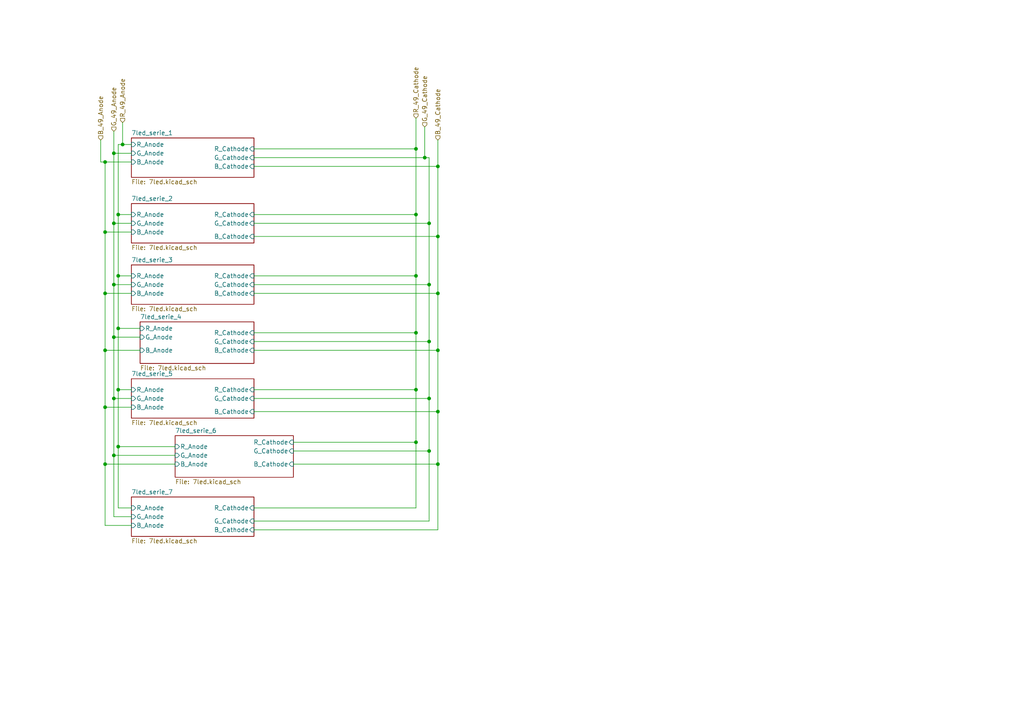
<source format=kicad_sch>
(kicad_sch
	(version 20250114)
	(generator "eeschema")
	(generator_version "9.0")
	(uuid "59d7f5b7-d8d1-4525-8623-7931f45222ae")
	(paper "A4")
	(lib_symbols)
	(junction
		(at 127 134.62)
		(diameter 0)
		(color 0 0 0 0)
		(uuid "05e869b2-0a02-464e-b726-af79414704cb")
	)
	(junction
		(at 34.29 95.25)
		(diameter 0)
		(color 0 0 0 0)
		(uuid "09af56ad-a080-4d42-99f8-971808bbfb6b")
	)
	(junction
		(at 34.29 129.54)
		(diameter 0)
		(color 0 0 0 0)
		(uuid "13fa87dd-a6eb-435c-b712-743981298545")
	)
	(junction
		(at 127 119.38)
		(diameter 0)
		(color 0 0 0 0)
		(uuid "14eb36d1-2cf9-4ee1-84f5-a3dc8be77f4d")
	)
	(junction
		(at 120.65 43.18)
		(diameter 0)
		(color 0 0 0 0)
		(uuid "1518c34a-18ae-4cfb-8a3c-c95fe1e75278")
	)
	(junction
		(at 33.02 44.45)
		(diameter 0)
		(color 0 0 0 0)
		(uuid "15cc6c59-7aea-4a2d-938f-721ac4cb0038")
	)
	(junction
		(at 124.46 130.81)
		(diameter 0)
		(color 0 0 0 0)
		(uuid "16082d3c-c579-465a-9850-80b86093a37d")
	)
	(junction
		(at 127 101.6)
		(diameter 0)
		(color 0 0 0 0)
		(uuid "162c6cfe-ae71-48eb-b16d-d46c7d27cea2")
	)
	(junction
		(at 120.65 96.52)
		(diameter 0)
		(color 0 0 0 0)
		(uuid "207bc829-de3c-4012-a14b-e59382a47386")
	)
	(junction
		(at 34.29 80.01)
		(diameter 0)
		(color 0 0 0 0)
		(uuid "33c900ab-14ce-465d-9514-cd8f0f4c80e3")
	)
	(junction
		(at 124.46 99.06)
		(diameter 0)
		(color 0 0 0 0)
		(uuid "370396d6-f5d7-4484-b62a-1304f7ec1ed3")
	)
	(junction
		(at 120.65 62.23)
		(diameter 0)
		(color 0 0 0 0)
		(uuid "3a90eef6-8d29-4572-8e7c-6f9d600b5424")
	)
	(junction
		(at 33.02 97.79)
		(diameter 0)
		(color 0 0 0 0)
		(uuid "3d10394e-383d-4ea9-a79e-c36c29d2dabb")
	)
	(junction
		(at 33.02 115.57)
		(diameter 0)
		(color 0 0 0 0)
		(uuid "41efc507-5134-4a88-be7b-07ec8b2c31a8")
	)
	(junction
		(at 124.46 115.57)
		(diameter 0)
		(color 0 0 0 0)
		(uuid "4641848f-9cb2-4658-acaa-d89845feb61d")
	)
	(junction
		(at 123.19 45.72)
		(diameter 0)
		(color 0 0 0 0)
		(uuid "476f67f3-ea9f-4e61-85b8-b1aca19be8e9")
	)
	(junction
		(at 30.48 101.6)
		(diameter 0)
		(color 0 0 0 0)
		(uuid "52b82265-54be-455a-a7de-699ee365412b")
	)
	(junction
		(at 127 48.26)
		(diameter 0)
		(color 0 0 0 0)
		(uuid "563875f8-aa65-49f2-93fd-73800daa2dc2")
	)
	(junction
		(at 30.48 67.31)
		(diameter 0)
		(color 0 0 0 0)
		(uuid "576b08bd-e391-4044-9e0c-4de3815aecfb")
	)
	(junction
		(at 127 68.58)
		(diameter 0)
		(color 0 0 0 0)
		(uuid "6bf6baf6-e45c-4433-9323-35e64ba807e1")
	)
	(junction
		(at 30.48 118.11)
		(diameter 0)
		(color 0 0 0 0)
		(uuid "73f4c933-b202-41b1-9aa1-3322d755aca4")
	)
	(junction
		(at 33.02 82.55)
		(diameter 0)
		(color 0 0 0 0)
		(uuid "7da18ac9-561e-468e-8b0c-bf3a0fd57da5")
	)
	(junction
		(at 124.46 64.77)
		(diameter 0)
		(color 0 0 0 0)
		(uuid "861755a3-a9f0-4170-96e6-c1171a3eb594")
	)
	(junction
		(at 120.65 80.01)
		(diameter 0)
		(color 0 0 0 0)
		(uuid "9f9b2039-84c5-4e68-96d3-4b04297478b3")
	)
	(junction
		(at 34.29 113.03)
		(diameter 0)
		(color 0 0 0 0)
		(uuid "a4f21da4-39ca-40ce-8047-acf5e4be4619")
	)
	(junction
		(at 127 85.09)
		(diameter 0)
		(color 0 0 0 0)
		(uuid "b21a419d-c33e-4877-9240-bf1f7db62f9c")
	)
	(junction
		(at 35.56 41.91)
		(diameter 0)
		(color 0 0 0 0)
		(uuid "b32e385c-09d2-4881-b9af-62bf4d5aebd8")
	)
	(junction
		(at 120.65 128.27)
		(diameter 0)
		(color 0 0 0 0)
		(uuid "bdad7b3c-0d1a-4c4b-990f-1adddbc79368")
	)
	(junction
		(at 30.48 85.09)
		(diameter 0)
		(color 0 0 0 0)
		(uuid "cbb14bdf-5020-4077-b997-b11a9e1187a5")
	)
	(junction
		(at 34.29 62.23)
		(diameter 0)
		(color 0 0 0 0)
		(uuid "d6aefff5-7302-453f-8d37-15e95025222b")
	)
	(junction
		(at 30.48 46.99)
		(diameter 0)
		(color 0 0 0 0)
		(uuid "e8516de9-c8ae-4742-9b6f-988e93d745c9")
	)
	(junction
		(at 33.02 132.08)
		(diameter 0)
		(color 0 0 0 0)
		(uuid "f2cfb046-2367-412a-bc1f-9a6b85b6b11f")
	)
	(junction
		(at 120.65 113.03)
		(diameter 0)
		(color 0 0 0 0)
		(uuid "f4c579f9-42a5-4700-bd32-29daa85929b2")
	)
	(junction
		(at 30.48 134.62)
		(diameter 0)
		(color 0 0 0 0)
		(uuid "f6c1b867-862e-4fab-b127-2cb76cfbeb51")
	)
	(junction
		(at 33.02 64.77)
		(diameter 0)
		(color 0 0 0 0)
		(uuid "f7bd8188-b7dc-4c52-8d14-6bba41e135af")
	)
	(junction
		(at 124.46 82.55)
		(diameter 0)
		(color 0 0 0 0)
		(uuid "fbd6558d-311f-498b-a638-1f31f8d16b1b")
	)
	(wire
		(pts
			(xy 33.02 44.45) (xy 38.1 44.45)
		)
		(stroke
			(width 0)
			(type default)
		)
		(uuid "0044cc17-87a2-4f0a-b25b-a890fa59ffa6")
	)
	(wire
		(pts
			(xy 120.65 113.03) (xy 73.66 113.03)
		)
		(stroke
			(width 0)
			(type default)
		)
		(uuid "02756603-3ee1-4f8f-8f2f-61841fb3e10f")
	)
	(wire
		(pts
			(xy 30.48 101.6) (xy 40.64 101.6)
		)
		(stroke
			(width 0)
			(type default)
		)
		(uuid "034cd381-5bc6-49fd-9f92-5407b43fac38")
	)
	(wire
		(pts
			(xy 33.02 132.08) (xy 50.8 132.08)
		)
		(stroke
			(width 0)
			(type default)
		)
		(uuid "051ae427-9402-49cc-aff4-261b0a7ec5e8")
	)
	(wire
		(pts
			(xy 123.19 36.83) (xy 123.19 45.72)
		)
		(stroke
			(width 0)
			(type default)
		)
		(uuid "0ee9cd18-4bcc-4c9d-8bc3-a952c341cdd6")
	)
	(wire
		(pts
			(xy 73.66 82.55) (xy 124.46 82.55)
		)
		(stroke
			(width 0)
			(type default)
		)
		(uuid "0f29287b-73b9-4725-b4ce-718c464ae4c3")
	)
	(wire
		(pts
			(xy 127 119.38) (xy 127 134.62)
		)
		(stroke
			(width 0)
			(type default)
		)
		(uuid "1368af1d-a4f1-4b89-b33a-fcd762bcfac7")
	)
	(wire
		(pts
			(xy 73.66 45.72) (xy 123.19 45.72)
		)
		(stroke
			(width 0)
			(type default)
		)
		(uuid "1577f856-e81a-4b38-b1d2-3de254524523")
	)
	(wire
		(pts
			(xy 120.65 62.23) (xy 120.65 80.01)
		)
		(stroke
			(width 0)
			(type default)
		)
		(uuid "168707f4-803d-4f12-93c1-caac889d5f35")
	)
	(wire
		(pts
			(xy 34.29 62.23) (xy 38.1 62.23)
		)
		(stroke
			(width 0)
			(type default)
		)
		(uuid "16e778f3-5709-45a8-98d9-79e447ad44b9")
	)
	(wire
		(pts
			(xy 120.65 62.23) (xy 73.66 62.23)
		)
		(stroke
			(width 0)
			(type default)
		)
		(uuid "19ec78e2-c6b6-4dce-848f-d848a81fcd0c")
	)
	(wire
		(pts
			(xy 34.29 41.91) (xy 35.56 41.91)
		)
		(stroke
			(width 0)
			(type default)
		)
		(uuid "1a974fa6-3d08-46e8-9485-5890251b67db")
	)
	(wire
		(pts
			(xy 120.65 96.52) (xy 120.65 113.03)
		)
		(stroke
			(width 0)
			(type default)
		)
		(uuid "1e291771-6cdd-492d-89fe-c8892631f722")
	)
	(wire
		(pts
			(xy 30.48 134.62) (xy 50.8 134.62)
		)
		(stroke
			(width 0)
			(type default)
		)
		(uuid "1e8fb020-fa39-43c1-a631-dd3fe2e9ee0a")
	)
	(wire
		(pts
			(xy 73.66 48.26) (xy 127 48.26)
		)
		(stroke
			(width 0)
			(type default)
		)
		(uuid "1f820d3c-40a5-43d7-88b4-dfedd53d9ef6")
	)
	(wire
		(pts
			(xy 34.29 62.23) (xy 34.29 80.01)
		)
		(stroke
			(width 0)
			(type default)
		)
		(uuid "205fddb0-ed89-4847-a996-824686382d72")
	)
	(wire
		(pts
			(xy 73.66 68.58) (xy 127 68.58)
		)
		(stroke
			(width 0)
			(type default)
		)
		(uuid "24079559-9daf-4a65-bf5b-548906dd7b8d")
	)
	(wire
		(pts
			(xy 33.02 64.77) (xy 33.02 82.55)
		)
		(stroke
			(width 0)
			(type default)
		)
		(uuid "2c148210-79ee-4024-b6ec-aaff0f4f1d4d")
	)
	(wire
		(pts
			(xy 73.66 85.09) (xy 127 85.09)
		)
		(stroke
			(width 0)
			(type default)
		)
		(uuid "2df9c784-ad0b-40ad-9fd4-e5420c40386c")
	)
	(wire
		(pts
			(xy 29.21 46.99) (xy 30.48 46.99)
		)
		(stroke
			(width 0)
			(type default)
		)
		(uuid "33d2e788-0c89-4084-8cc8-b0bca6da461b")
	)
	(wire
		(pts
			(xy 34.29 95.25) (xy 40.64 95.25)
		)
		(stroke
			(width 0)
			(type default)
		)
		(uuid "395b9133-9b85-40a4-91eb-cd0067fdfee4")
	)
	(wire
		(pts
			(xy 30.48 118.11) (xy 30.48 134.62)
		)
		(stroke
			(width 0)
			(type default)
		)
		(uuid "39cc7741-cbb4-4c13-87c9-8894c1186da2")
	)
	(wire
		(pts
			(xy 124.46 64.77) (xy 124.46 82.55)
		)
		(stroke
			(width 0)
			(type default)
		)
		(uuid "3cfa9166-85ca-4df6-9672-d21e9aaebaac")
	)
	(wire
		(pts
			(xy 73.66 64.77) (xy 124.46 64.77)
		)
		(stroke
			(width 0)
			(type default)
		)
		(uuid "3fb4ae1f-23be-4bf8-a386-fb3ecd9f6a1c")
	)
	(wire
		(pts
			(xy 29.21 40.64) (xy 29.21 46.99)
		)
		(stroke
			(width 0)
			(type default)
		)
		(uuid "4506b114-0fde-4c88-9b58-0afb3b420557")
	)
	(wire
		(pts
			(xy 34.29 80.01) (xy 34.29 95.25)
		)
		(stroke
			(width 0)
			(type default)
		)
		(uuid "4526b094-db5d-4261-a690-b10ce86acbf0")
	)
	(wire
		(pts
			(xy 34.29 113.03) (xy 38.1 113.03)
		)
		(stroke
			(width 0)
			(type default)
		)
		(uuid "4813cd17-ed9d-4774-9cd7-859468ac8741")
	)
	(wire
		(pts
			(xy 33.02 149.86) (xy 38.1 149.86)
		)
		(stroke
			(width 0)
			(type default)
		)
		(uuid "48ea6e4e-1f09-4e52-9172-5bbf1000fe2e")
	)
	(wire
		(pts
			(xy 85.09 130.81) (xy 124.46 130.81)
		)
		(stroke
			(width 0)
			(type default)
		)
		(uuid "4d6489e0-e047-4d30-bcf9-1a502d72d197")
	)
	(wire
		(pts
			(xy 33.02 97.79) (xy 40.64 97.79)
		)
		(stroke
			(width 0)
			(type default)
		)
		(uuid "4e104a59-fd02-42d1-a925-b74b09a6b0a5")
	)
	(wire
		(pts
			(xy 120.65 113.03) (xy 120.65 128.27)
		)
		(stroke
			(width 0)
			(type default)
		)
		(uuid "4f924ac3-b319-4ab5-ad2b-cae781b20952")
	)
	(wire
		(pts
			(xy 127 85.09) (xy 127 68.58)
		)
		(stroke
			(width 0)
			(type default)
		)
		(uuid "5a223e5e-262c-4013-9c23-b57a98c7f47e")
	)
	(wire
		(pts
			(xy 30.48 101.6) (xy 30.48 118.11)
		)
		(stroke
			(width 0)
			(type default)
		)
		(uuid "5a5c006b-4a8d-41bb-aa8f-d8e600b1a0b6")
	)
	(wire
		(pts
			(xy 127 134.62) (xy 127 153.67)
		)
		(stroke
			(width 0)
			(type default)
		)
		(uuid "6018a45c-d955-4718-93c7-e04f126630ff")
	)
	(wire
		(pts
			(xy 33.02 82.55) (xy 33.02 97.79)
		)
		(stroke
			(width 0)
			(type default)
		)
		(uuid "6363450b-55fb-47dd-8d33-8f77ee5d05aa")
	)
	(wire
		(pts
			(xy 30.48 152.4) (xy 38.1 152.4)
		)
		(stroke
			(width 0)
			(type default)
		)
		(uuid "6a3a9699-3f05-4d0d-a7d2-21934c30c3bc")
	)
	(wire
		(pts
			(xy 120.65 128.27) (xy 120.65 147.32)
		)
		(stroke
			(width 0)
			(type default)
		)
		(uuid "6aa0cb81-c492-41ef-85d8-6d5a3b01dcc3")
	)
	(wire
		(pts
			(xy 34.29 129.54) (xy 34.29 147.32)
		)
		(stroke
			(width 0)
			(type default)
		)
		(uuid "6f765a87-1e81-4b11-ba67-ff06700d2373")
	)
	(wire
		(pts
			(xy 34.29 41.91) (xy 34.29 62.23)
		)
		(stroke
			(width 0)
			(type default)
		)
		(uuid "77d54d7e-8795-45d9-9c94-aa3bcaea8655")
	)
	(wire
		(pts
			(xy 120.65 43.18) (xy 120.65 62.23)
		)
		(stroke
			(width 0)
			(type default)
		)
		(uuid "77d9b1e1-0455-42b9-96c1-1ee51cfc2c23")
	)
	(wire
		(pts
			(xy 33.02 115.57) (xy 33.02 132.08)
		)
		(stroke
			(width 0)
			(type default)
		)
		(uuid "79e94ea4-082b-4153-b995-3cac5333f933")
	)
	(wire
		(pts
			(xy 33.02 38.1) (xy 33.02 44.45)
		)
		(stroke
			(width 0)
			(type default)
		)
		(uuid "80de82c7-0a54-4ff1-8065-5322626f91aa")
	)
	(wire
		(pts
			(xy 124.46 82.55) (xy 124.46 99.06)
		)
		(stroke
			(width 0)
			(type default)
		)
		(uuid "838242d6-5332-4397-9c80-2a28c770e6a5")
	)
	(wire
		(pts
			(xy 127 101.6) (xy 127 85.09)
		)
		(stroke
			(width 0)
			(type default)
		)
		(uuid "8865f376-370c-4164-9828-653889809c9f")
	)
	(wire
		(pts
			(xy 30.48 85.09) (xy 38.1 85.09)
		)
		(stroke
			(width 0)
			(type default)
		)
		(uuid "8cb39265-ee8f-41ed-980e-b5f521606984")
	)
	(wire
		(pts
			(xy 73.66 99.06) (xy 124.46 99.06)
		)
		(stroke
			(width 0)
			(type default)
		)
		(uuid "8def4462-7220-413c-bc9b-a7e7dfd5e4df")
	)
	(wire
		(pts
			(xy 30.48 134.62) (xy 30.48 152.4)
		)
		(stroke
			(width 0)
			(type default)
		)
		(uuid "8e848d44-a0fb-4a25-bbc4-0d56552e667e")
	)
	(wire
		(pts
			(xy 73.66 147.32) (xy 120.65 147.32)
		)
		(stroke
			(width 0)
			(type default)
		)
		(uuid "911185ca-7374-4c47-9457-7e044844c741")
	)
	(wire
		(pts
			(xy 85.09 134.62) (xy 127 134.62)
		)
		(stroke
			(width 0)
			(type default)
		)
		(uuid "91e9b1f4-e54f-4e7d-82b2-2b30db37cd8d")
	)
	(wire
		(pts
			(xy 120.65 34.29) (xy 120.65 43.18)
		)
		(stroke
			(width 0)
			(type default)
		)
		(uuid "9358a55e-1422-4e5b-bc9a-78d62a6162f7")
	)
	(wire
		(pts
			(xy 30.48 46.99) (xy 30.48 67.31)
		)
		(stroke
			(width 0)
			(type default)
		)
		(uuid "93d3f1df-2a12-4e08-a5ac-3dca819e184e")
	)
	(wire
		(pts
			(xy 73.66 151.13) (xy 124.46 151.13)
		)
		(stroke
			(width 0)
			(type default)
		)
		(uuid "94172727-f888-46a7-999e-94bfe88d67ae")
	)
	(wire
		(pts
			(xy 33.02 132.08) (xy 33.02 149.86)
		)
		(stroke
			(width 0)
			(type default)
		)
		(uuid "9a6a3fd2-2898-4930-b60c-f02e4495a95a")
	)
	(wire
		(pts
			(xy 123.19 45.72) (xy 124.46 45.72)
		)
		(stroke
			(width 0)
			(type default)
		)
		(uuid "9b88c746-78f6-4e93-9efe-5fe3ae83de85")
	)
	(wire
		(pts
			(xy 124.46 99.06) (xy 124.46 115.57)
		)
		(stroke
			(width 0)
			(type default)
		)
		(uuid "9d16889f-84f4-44c7-a59c-954109cb1fd7")
	)
	(wire
		(pts
			(xy 124.46 45.72) (xy 124.46 64.77)
		)
		(stroke
			(width 0)
			(type default)
		)
		(uuid "9f2c6583-068b-4999-b3a9-3fe396ce8427")
	)
	(wire
		(pts
			(xy 30.48 85.09) (xy 30.48 101.6)
		)
		(stroke
			(width 0)
			(type default)
		)
		(uuid "9fdd837e-7b3d-4663-9307-37f46fdfb1d5")
	)
	(wire
		(pts
			(xy 73.66 101.6) (xy 127 101.6)
		)
		(stroke
			(width 0)
			(type default)
		)
		(uuid "a5e006e4-b598-4f57-a81e-fe02cf96b82c")
	)
	(wire
		(pts
			(xy 124.46 115.57) (xy 124.46 130.81)
		)
		(stroke
			(width 0)
			(type default)
		)
		(uuid "aba8bb19-5944-4179-9cd4-c87094f91715")
	)
	(wire
		(pts
			(xy 30.48 67.31) (xy 38.1 67.31)
		)
		(stroke
			(width 0)
			(type default)
		)
		(uuid "b15d5d6f-787c-42f9-91ba-9b3a8461f309")
	)
	(wire
		(pts
			(xy 73.66 43.18) (xy 120.65 43.18)
		)
		(stroke
			(width 0)
			(type default)
		)
		(uuid "b29495ec-e7c2-48a5-9078-216956dd15f6")
	)
	(wire
		(pts
			(xy 34.29 80.01) (xy 38.1 80.01)
		)
		(stroke
			(width 0)
			(type default)
		)
		(uuid "b4af9473-be81-48e1-83fb-2ce868f4a0c8")
	)
	(wire
		(pts
			(xy 38.1 82.55) (xy 33.02 82.55)
		)
		(stroke
			(width 0)
			(type default)
		)
		(uuid "b8f1fb4e-283a-4f13-b490-f3df48894279")
	)
	(wire
		(pts
			(xy 127 68.58) (xy 127 48.26)
		)
		(stroke
			(width 0)
			(type default)
		)
		(uuid "bbae544f-31ac-4834-b92d-18def5a63b11")
	)
	(wire
		(pts
			(xy 120.65 80.01) (xy 120.65 96.52)
		)
		(stroke
			(width 0)
			(type default)
		)
		(uuid "bf57c111-b788-4e9a-acdf-8d4e4e6cdc6a")
	)
	(wire
		(pts
			(xy 124.46 130.81) (xy 124.46 151.13)
		)
		(stroke
			(width 0)
			(type default)
		)
		(uuid "bf73b3cf-7b7d-494d-b715-0cc89f850d79")
	)
	(wire
		(pts
			(xy 34.29 113.03) (xy 34.29 129.54)
		)
		(stroke
			(width 0)
			(type default)
		)
		(uuid "c264de0f-d1a2-4181-b7b0-edd4ab25e051")
	)
	(wire
		(pts
			(xy 33.02 97.79) (xy 33.02 115.57)
		)
		(stroke
			(width 0)
			(type default)
		)
		(uuid "c280d530-f45a-40ad-a447-548664d2b07f")
	)
	(wire
		(pts
			(xy 73.66 96.52) (xy 120.65 96.52)
		)
		(stroke
			(width 0)
			(type default)
		)
		(uuid "c8e9e78d-d53b-46fb-a129-b7eff282473d")
	)
	(wire
		(pts
			(xy 73.66 153.67) (xy 127 153.67)
		)
		(stroke
			(width 0)
			(type default)
		)
		(uuid "d0b78bb2-bc61-4698-95b1-7e8b9fe35928")
	)
	(wire
		(pts
			(xy 30.48 46.99) (xy 38.1 46.99)
		)
		(stroke
			(width 0)
			(type default)
		)
		(uuid "d15f2e4b-a213-4f40-a519-f49aceebd6e6")
	)
	(wire
		(pts
			(xy 73.66 119.38) (xy 127 119.38)
		)
		(stroke
			(width 0)
			(type default)
		)
		(uuid "d1e2a07b-f514-44c5-a3b7-caaf33cff634")
	)
	(wire
		(pts
			(xy 127 40.64) (xy 127 48.26)
		)
		(stroke
			(width 0)
			(type default)
		)
		(uuid "d9f7a236-2342-44b8-8f55-fa3bf84dac4c")
	)
	(wire
		(pts
			(xy 33.02 44.45) (xy 33.02 64.77)
		)
		(stroke
			(width 0)
			(type default)
		)
		(uuid "e4f6f5a7-a83d-418b-9583-2a26f10e01b5")
	)
	(wire
		(pts
			(xy 127 119.38) (xy 127 101.6)
		)
		(stroke
			(width 0)
			(type default)
		)
		(uuid "e70d61a8-f577-4f17-9381-6906e157c745")
	)
	(wire
		(pts
			(xy 120.65 80.01) (xy 73.66 80.01)
		)
		(stroke
			(width 0)
			(type default)
		)
		(uuid "e87be479-875d-452f-ba39-846cc4eeb49b")
	)
	(wire
		(pts
			(xy 30.48 67.31) (xy 30.48 85.09)
		)
		(stroke
			(width 0)
			(type default)
		)
		(uuid "e92a5df6-4a7d-49fb-8cf6-58e584f3675c")
	)
	(wire
		(pts
			(xy 73.66 115.57) (xy 124.46 115.57)
		)
		(stroke
			(width 0)
			(type default)
		)
		(uuid "ec2d22d1-765c-485f-b16b-de33c8763137")
	)
	(wire
		(pts
			(xy 34.29 147.32) (xy 38.1 147.32)
		)
		(stroke
			(width 0)
			(type default)
		)
		(uuid "ed4760b4-985e-4385-a30d-4c92a1ccc268")
	)
	(wire
		(pts
			(xy 34.29 95.25) (xy 34.29 113.03)
		)
		(stroke
			(width 0)
			(type default)
		)
		(uuid "ee0e170c-f3e9-4b79-a41d-2f77b807cd9d")
	)
	(wire
		(pts
			(xy 34.29 129.54) (xy 50.8 129.54)
		)
		(stroke
			(width 0)
			(type default)
		)
		(uuid "ee2bbfa4-1753-40b9-85e4-7c66fbaca041")
	)
	(wire
		(pts
			(xy 35.56 41.91) (xy 38.1 41.91)
		)
		(stroke
			(width 0)
			(type default)
		)
		(uuid "ee983820-37d0-474b-979e-dff731eda173")
	)
	(wire
		(pts
			(xy 38.1 64.77) (xy 33.02 64.77)
		)
		(stroke
			(width 0)
			(type default)
		)
		(uuid "eedac98f-e15e-44f4-b0bc-cfe62b0812f8")
	)
	(wire
		(pts
			(xy 33.02 115.57) (xy 38.1 115.57)
		)
		(stroke
			(width 0)
			(type default)
		)
		(uuid "ef011fd8-a860-43e2-93a1-afde37c05015")
	)
	(wire
		(pts
			(xy 85.09 128.27) (xy 120.65 128.27)
		)
		(stroke
			(width 0)
			(type default)
		)
		(uuid "f7f17e5b-7e26-408f-9e56-75587377f80c")
	)
	(wire
		(pts
			(xy 35.56 35.56) (xy 35.56 41.91)
		)
		(stroke
			(width 0)
			(type default)
		)
		(uuid "f9a0ed0a-4e8a-4fec-b43a-6769c296c2f7")
	)
	(wire
		(pts
			(xy 30.48 118.11) (xy 38.1 118.11)
		)
		(stroke
			(width 0)
			(type default)
		)
		(uuid "f9a44690-b2ad-4800-b3de-9e31a6f49057")
	)
	(hierarchical_label "B_49_Anode"
		(shape input)
		(at 29.21 40.64 90)
		(effects
			(font
				(size 1.27 1.27)
			)
			(justify left)
		)
		(uuid "0bf7b945-a603-4b1a-8277-22957d43dc0b")
	)
	(hierarchical_label "R_49_Anode"
		(shape input)
		(at 35.56 35.56 90)
		(effects
			(font
				(size 1.27 1.27)
			)
			(justify left)
		)
		(uuid "0f47bc7d-f954-4139-9e45-83e8aed6dee2")
	)
	(hierarchical_label "B_49_Cathode"
		(shape input)
		(at 127 40.64 90)
		(effects
			(font
				(size 1.27 1.27)
			)
			(justify left)
		)
		(uuid "2efa87ae-f167-4707-9f1c-98bbb75b5e10")
	)
	(hierarchical_label "G_49_Cathode"
		(shape input)
		(at 123.19 36.83 90)
		(effects
			(font
				(size 1.27 1.27)
			)
			(justify left)
		)
		(uuid "75279c74-286d-42d0-9921-0c637d8e6ec0")
	)
	(hierarchical_label "R_49_Cathode"
		(shape input)
		(at 120.65 34.29 90)
		(effects
			(font
				(size 1.27 1.27)
			)
			(justify left)
		)
		(uuid "7ef2dd49-ee82-4666-b7fc-009cda0446b1")
	)
	(hierarchical_label "G_49_Anode"
		(shape input)
		(at 33.02 38.1 90)
		(effects
			(font
				(size 1.27 1.27)
			)
			(justify left)
		)
		(uuid "882af444-bb7e-43bf-affc-28dc1ccb64f3")
	)
	(sheet
		(at 38.1 109.855)
		(size 35.56 11.43)
		(exclude_from_sim no)
		(in_bom yes)
		(on_board yes)
		(dnp no)
		(fields_autoplaced yes)
		(stroke
			(width 0.1524)
			(type solid)
		)
		(fill
			(color 0 0 0 0.0000)
		)
		(uuid "29aedae2-5e60-4017-9451-b927c43c2372")
		(property "Sheetname" "7led_serie_5"
			(at 38.1 109.1434 0)
			(effects
				(font
					(size 1.27 1.27)
				)
				(justify left bottom)
			)
		)
		(property "Sheetfile" "7led.kicad_sch"
			(at 38.1 121.8696 0)
			(effects
				(font
					(size 1.27 1.27)
				)
				(justify left top)
			)
		)
		(pin "B_Anode" input
			(at 38.1 118.11 180)
			(uuid "92e1666a-2f60-44c6-af62-ed82d453eb4e")
			(effects
				(font
					(size 1.27 1.27)
				)
				(justify left)
			)
		)
		(pin "B_Cathode" input
			(at 73.66 119.38 0)
			(uuid "1d095690-7adf-44ac-8288-759fd91a4c09")
			(effects
				(font
					(size 1.27 1.27)
				)
				(justify right)
			)
		)
		(pin "G_Anode" input
			(at 38.1 115.57 180)
			(uuid "2a84565b-7af8-4f04-bdb8-eb408fe7681f")
			(effects
				(font
					(size 1.27 1.27)
				)
				(justify left)
			)
		)
		(pin "G_Cathode" input
			(at 73.66 115.57 0)
			(uuid "f8fe5528-7582-45eb-a7f4-cb8340f08102")
			(effects
				(font
					(size 1.27 1.27)
				)
				(justify right)
			)
		)
		(pin "R_Anode" input
			(at 38.1 113.03 180)
			(uuid "050c2ff6-aef4-4145-987f-90991060bf59")
			(effects
				(font
					(size 1.27 1.27)
				)
				(justify left)
			)
		)
		(pin "R_Cathode" input
			(at 73.66 113.03 0)
			(uuid "4ae84375-ac5a-467a-9eca-16bd0bd2b57c")
			(effects
				(font
					(size 1.27 1.27)
				)
				(justify right)
			)
		)
		(instances
			(project "hell"
				(path "/c000bab8-8bf2-446c-9c19-e9a7fa645af1/196fb166-c317-4fa3-bb50-f94620c2a0ec/65753c4c-5183-4c6a-803b-ae0cfb108c1d"
					(page "8")
				)
				(path "/c000bab8-8bf2-446c-9c19-e9a7fa645af1/2392d797-1cf7-46a0-aa35-967812b1cc2f/65753c4c-5183-4c6a-803b-ae0cfb108c1d"
					(page "17")
				)
			)
		)
	)
	(sheet
		(at 38.1 40.005)
		(size 35.56 11.43)
		(exclude_from_sim no)
		(in_bom yes)
		(on_board yes)
		(dnp no)
		(fields_autoplaced yes)
		(stroke
			(width 0.1524)
			(type solid)
		)
		(fill
			(color 0 0 0 0.0000)
		)
		(uuid "3193d4e9-939a-4fff-943b-ba3a34c7483e")
		(property "Sheetname" "7led_serie_1"
			(at 38.1 39.2934 0)
			(effects
				(font
					(size 1.27 1.27)
				)
				(justify left bottom)
			)
		)
		(property "Sheetfile" "7led.kicad_sch"
			(at 38.1 52.0196 0)
			(effects
				(font
					(size 1.27 1.27)
				)
				(justify left top)
			)
		)
		(pin "B_Anode" input
			(at 38.1 46.99 180)
			(uuid "aea356f8-1723-4e3c-b098-09a9be50f56d")
			(effects
				(font
					(size 1.27 1.27)
				)
				(justify left)
			)
		)
		(pin "B_Cathode" input
			(at 73.66 48.26 0)
			(uuid "725bf10d-6bac-41e2-87ff-125012de24a5")
			(effects
				(font
					(size 1.27 1.27)
				)
				(justify right)
			)
		)
		(pin "G_Anode" input
			(at 38.1 44.45 180)
			(uuid "6e8e9e97-c58a-4b9f-9213-38ba126d037c")
			(effects
				(font
					(size 1.27 1.27)
				)
				(justify left)
			)
		)
		(pin "G_Cathode" input
			(at 73.66 45.72 0)
			(uuid "adcccf11-286b-4326-bf10-27b3a9b891cf")
			(effects
				(font
					(size 1.27 1.27)
				)
				(justify right)
			)
		)
		(pin "R_Anode" input
			(at 38.1 41.91 180)
			(uuid "eff29505-d435-4841-b2de-31ee27f317b4")
			(effects
				(font
					(size 1.27 1.27)
				)
				(justify left)
			)
		)
		(pin "R_Cathode" input
			(at 73.66 43.18 0)
			(uuid "215301e8-62b9-4f37-b363-b5fb2b62383f")
			(effects
				(font
					(size 1.27 1.27)
				)
				(justify right)
			)
		)
		(instances
			(project "hell"
				(path "/c000bab8-8bf2-446c-9c19-e9a7fa645af1/196fb166-c317-4fa3-bb50-f94620c2a0ec/65753c4c-5183-4c6a-803b-ae0cfb108c1d"
					(page "6")
				)
				(path "/c000bab8-8bf2-446c-9c19-e9a7fa645af1/2392d797-1cf7-46a0-aa35-967812b1cc2f/65753c4c-5183-4c6a-803b-ae0cfb108c1d"
					(page "15")
				)
			)
		)
	)
	(sheet
		(at 38.1 59.055)
		(size 35.56 11.43)
		(exclude_from_sim no)
		(in_bom yes)
		(on_board yes)
		(dnp no)
		(fields_autoplaced yes)
		(stroke
			(width 0.1524)
			(type solid)
		)
		(fill
			(color 0 0 0 0.0000)
		)
		(uuid "9da72763-cb3f-4df3-ba22-62e23ed44205")
		(property "Sheetname" "7led_serie_2"
			(at 38.1 58.3434 0)
			(effects
				(font
					(size 1.27 1.27)
				)
				(justify left bottom)
			)
		)
		(property "Sheetfile" "7led.kicad_sch"
			(at 38.1 71.0696 0)
			(effects
				(font
					(size 1.27 1.27)
				)
				(justify left top)
			)
		)
		(pin "B_Anode" input
			(at 38.1 67.31 180)
			(uuid "b251d64d-1922-4757-a249-c75b2cfdb288")
			(effects
				(font
					(size 1.27 1.27)
				)
				(justify left)
			)
		)
		(pin "B_Cathode" input
			(at 73.66 68.58 0)
			(uuid "8893f8b6-50f8-47ef-80ac-e5d5720cb5f6")
			(effects
				(font
					(size 1.27 1.27)
				)
				(justify right)
			)
		)
		(pin "G_Anode" input
			(at 38.1 64.77 180)
			(uuid "2dd16f87-e09f-4463-b0d1-066a69d6395e")
			(effects
				(font
					(size 1.27 1.27)
				)
				(justify left)
			)
		)
		(pin "G_Cathode" input
			(at 73.66 64.77 0)
			(uuid "7483580a-382e-4982-a800-73977cc45dba")
			(effects
				(font
					(size 1.27 1.27)
				)
				(justify right)
			)
		)
		(pin "R_Anode" input
			(at 38.1 62.23 180)
			(uuid "c572716c-eb6e-4209-857c-c9418e8f5fb0")
			(effects
				(font
					(size 1.27 1.27)
				)
				(justify left)
			)
		)
		(pin "R_Cathode" input
			(at 73.66 62.23 0)
			(uuid "a60e4f4d-c3cb-4348-a9ca-fde9fdc1e379")
			(effects
				(font
					(size 1.27 1.27)
				)
				(justify right)
			)
		)
		(instances
			(project "hell"
				(path "/c000bab8-8bf2-446c-9c19-e9a7fa645af1/196fb166-c317-4fa3-bb50-f94620c2a0ec/65753c4c-5183-4c6a-803b-ae0cfb108c1d"
					(page "7")
				)
				(path "/c000bab8-8bf2-446c-9c19-e9a7fa645af1/2392d797-1cf7-46a0-aa35-967812b1cc2f/65753c4c-5183-4c6a-803b-ae0cfb108c1d"
					(page "16")
				)
			)
		)
	)
	(sheet
		(at 50.8 126.365)
		(size 34.29 12.065)
		(exclude_from_sim no)
		(in_bom yes)
		(on_board yes)
		(dnp no)
		(fields_autoplaced yes)
		(stroke
			(width 0.1524)
			(type solid)
		)
		(fill
			(color 0 0 0 0.0000)
		)
		(uuid "bf4c2949-592b-40db-b399-b7e60db090b7")
		(property "Sheetname" "7led_serie_6"
			(at 50.8 125.6534 0)
			(effects
				(font
					(size 1.27 1.27)
				)
				(justify left bottom)
			)
		)
		(property "Sheetfile" "7led.kicad_sch"
			(at 50.8 139.0146 0)
			(effects
				(font
					(size 1.27 1.27)
				)
				(justify left top)
			)
		)
		(pin "B_Anode" input
			(at 50.8 134.62 180)
			(uuid "10a16dbc-8cd9-400e-8e8e-7f22b6fa123f")
			(effects
				(font
					(size 1.27 1.27)
				)
				(justify left)
			)
		)
		(pin "B_Cathode" input
			(at 85.09 134.62 0)
			(uuid "7a202a0c-819a-4b80-929b-daece82fa48a")
			(effects
				(font
					(size 1.27 1.27)
				)
				(justify right)
			)
		)
		(pin "G_Anode" input
			(at 50.8 132.08 180)
			(uuid "b16e0712-01cc-4d4f-8e22-e57cc28dc00c")
			(effects
				(font
					(size 1.27 1.27)
				)
				(justify left)
			)
		)
		(pin "G_Cathode" input
			(at 85.09 130.81 0)
			(uuid "d7c3b022-5cdb-4f5e-88a8-ec56a20896be")
			(effects
				(font
					(size 1.27 1.27)
				)
				(justify right)
			)
		)
		(pin "R_Anode" input
			(at 50.8 129.54 180)
			(uuid "e756fef0-50d3-464f-8089-e322292f695e")
			(effects
				(font
					(size 1.27 1.27)
				)
				(justify left)
			)
		)
		(pin "R_Cathode" input
			(at 85.09 128.27 0)
			(uuid "0214bc11-bc36-4a46-b07f-27437b173786")
			(effects
				(font
					(size 1.27 1.27)
				)
				(justify right)
			)
		)
		(instances
			(project "hell"
				(path "/c000bab8-8bf2-446c-9c19-e9a7fa645af1/196fb166-c317-4fa3-bb50-f94620c2a0ec/65753c4c-5183-4c6a-803b-ae0cfb108c1d"
					(page "4")
				)
				(path "/c000bab8-8bf2-446c-9c19-e9a7fa645af1/2392d797-1cf7-46a0-aa35-967812b1cc2f/65753c4c-5183-4c6a-803b-ae0cfb108c1d"
					(page "13")
				)
			)
		)
	)
	(sheet
		(at 40.64 93.345)
		(size 33.02 12.065)
		(exclude_from_sim no)
		(in_bom yes)
		(on_board yes)
		(dnp no)
		(fields_autoplaced yes)
		(stroke
			(width 0.1524)
			(type solid)
		)
		(fill
			(color 0 0 0 0.0000)
		)
		(uuid "c7efbd60-564f-49fa-9380-bc9163c45498")
		(property "Sheetname" "7led_serie_4"
			(at 40.64 92.6334 0)
			(effects
				(font
					(size 1.27 1.27)
				)
				(justify left bottom)
			)
		)
		(property "Sheetfile" "7led.kicad_sch"
			(at 40.64 105.9946 0)
			(effects
				(font
					(size 1.27 1.27)
				)
				(justify left top)
			)
		)
		(pin "B_Anode" input
			(at 40.64 101.6 180)
			(uuid "7aa5398e-68a9-4491-8198-26b1e6d0861b")
			(effects
				(font
					(size 1.27 1.27)
				)
				(justify left)
			)
		)
		(pin "B_Cathode" input
			(at 73.66 101.6 0)
			(uuid "134f4d6f-7200-476c-a1a6-44e7ba8871ad")
			(effects
				(font
					(size 1.27 1.27)
				)
				(justify right)
			)
		)
		(pin "G_Anode" input
			(at 40.64 97.79 180)
			(uuid "5f050f8a-1abe-4bb0-a9f0-f51393e208c1")
			(effects
				(font
					(size 1.27 1.27)
				)
				(justify left)
			)
		)
		(pin "G_Cathode" input
			(at 73.66 99.06 0)
			(uuid "c5eff857-2d4d-433a-a6be-fe9f791d5b08")
			(effects
				(font
					(size 1.27 1.27)
				)
				(justify right)
			)
		)
		(pin "R_Anode" input
			(at 40.64 95.25 180)
			(uuid "b7fbdaeb-9660-4b41-9d61-f9a1ff2113b9")
			(effects
				(font
					(size 1.27 1.27)
				)
				(justify left)
			)
		)
		(pin "R_Cathode" input
			(at 73.66 96.52 0)
			(uuid "c0ef1735-650a-4719-8cf5-9bd271eed08f")
			(effects
				(font
					(size 1.27 1.27)
				)
				(justify right)
			)
		)
		(instances
			(project "hell"
				(path "/c000bab8-8bf2-446c-9c19-e9a7fa645af1/196fb166-c317-4fa3-bb50-f94620c2a0ec/65753c4c-5183-4c6a-803b-ae0cfb108c1d"
					(page "9")
				)
				(path "/c000bab8-8bf2-446c-9c19-e9a7fa645af1/2392d797-1cf7-46a0-aa35-967812b1cc2f/65753c4c-5183-4c6a-803b-ae0cfb108c1d"
					(page "18")
				)
			)
		)
	)
	(sheet
		(at 38.1 76.835)
		(size 35.56 11.43)
		(exclude_from_sim no)
		(in_bom yes)
		(on_board yes)
		(dnp no)
		(fields_autoplaced yes)
		(stroke
			(width 0.1524)
			(type solid)
		)
		(fill
			(color 0 0 0 0.0000)
		)
		(uuid "cc616a53-fa43-4249-b886-ef8d80548736")
		(property "Sheetname" "7led_serie_3"
			(at 38.1 76.1234 0)
			(effects
				(font
					(size 1.27 1.27)
				)
				(justify left bottom)
			)
		)
		(property "Sheetfile" "7led.kicad_sch"
			(at 38.1 88.8496 0)
			(effects
				(font
					(size 1.27 1.27)
				)
				(justify left top)
			)
		)
		(pin "B_Anode" input
			(at 38.1 85.09 180)
			(uuid "d5282e36-bf81-47fc-8b03-eb9277d75fd0")
			(effects
				(font
					(size 1.27 1.27)
				)
				(justify left)
			)
		)
		(pin "B_Cathode" input
			(at 73.66 85.09 0)
			(uuid "104963bc-a2a3-4c96-ab03-822908ed70a5")
			(effects
				(font
					(size 1.27 1.27)
				)
				(justify right)
			)
		)
		(pin "G_Anode" input
			(at 38.1 82.55 180)
			(uuid "8cfca55d-8229-48ac-bab6-98b5dd816a4b")
			(effects
				(font
					(size 1.27 1.27)
				)
				(justify left)
			)
		)
		(pin "G_Cathode" input
			(at 73.66 82.55 0)
			(uuid "90856ace-7fb9-4916-a543-91eb24aa4d32")
			(effects
				(font
					(size 1.27 1.27)
				)
				(justify right)
			)
		)
		(pin "R_Anode" input
			(at 38.1 80.01 180)
			(uuid "2d3ed8cc-ba7d-4468-9028-2763d9c3a2e6")
			(effects
				(font
					(size 1.27 1.27)
				)
				(justify left)
			)
		)
		(pin "R_Cathode" input
			(at 73.66 80.01 0)
			(uuid "b1863cfa-bc55-44d2-b4d3-1a091ac49d80")
			(effects
				(font
					(size 1.27 1.27)
				)
				(justify right)
			)
		)
		(instances
			(project "hell"
				(path "/c000bab8-8bf2-446c-9c19-e9a7fa645af1/196fb166-c317-4fa3-bb50-f94620c2a0ec/65753c4c-5183-4c6a-803b-ae0cfb108c1d"
					(page "10")
				)
				(path "/c000bab8-8bf2-446c-9c19-e9a7fa645af1/2392d797-1cf7-46a0-aa35-967812b1cc2f/65753c4c-5183-4c6a-803b-ae0cfb108c1d"
					(page "19")
				)
			)
		)
	)
	(sheet
		(at 38.1 144.145)
		(size 35.56 11.43)
		(exclude_from_sim no)
		(in_bom yes)
		(on_board yes)
		(dnp no)
		(fields_autoplaced yes)
		(stroke
			(width 0.1524)
			(type solid)
		)
		(fill
			(color 0 0 0 0.0000)
		)
		(uuid "ebb8f1a6-154b-4b8d-9ce3-4e5458fd3ea3")
		(property "Sheetname" "7led_serie_7"
			(at 38.1 143.4334 0)
			(effects
				(font
					(size 1.27 1.27)
				)
				(justify left bottom)
			)
		)
		(property "Sheetfile" "7led.kicad_sch"
			(at 38.1 156.1596 0)
			(effects
				(font
					(size 1.27 1.27)
				)
				(justify left top)
			)
		)
		(pin "B_Anode" input
			(at 38.1 152.4 180)
			(uuid "e594e342-1cbe-4c86-959f-e826b038fba3")
			(effects
				(font
					(size 1.27 1.27)
				)
				(justify left)
			)
		)
		(pin "B_Cathode" input
			(at 73.66 153.67 0)
			(uuid "ce0543ac-4eb3-420e-9ce0-8a21df4d7ad6")
			(effects
				(font
					(size 1.27 1.27)
				)
				(justify right)
			)
		)
		(pin "G_Anode" input
			(at 38.1 149.86 180)
			(uuid "c889734b-64a8-45c3-8c5a-abc98c9c95d3")
			(effects
				(font
					(size 1.27 1.27)
				)
				(justify left)
			)
		)
		(pin "G_Cathode" input
			(at 73.66 151.13 0)
			(uuid "2930df71-7831-47cc-b752-bc6baf18e483")
			(effects
				(font
					(size 1.27 1.27)
				)
				(justify right)
			)
		)
		(pin "R_Anode" input
			(at 38.1 147.32 180)
			(uuid "48487034-e334-4d18-852c-1d04f432197d")
			(effects
				(font
					(size 1.27 1.27)
				)
				(justify left)
			)
		)
		(pin "R_Cathode" input
			(at 73.66 147.32 0)
			(uuid "0dcc3dfd-c2ed-436f-884e-c9f2bc9041b3")
			(effects
				(font
					(size 1.27 1.27)
				)
				(justify right)
			)
		)
		(instances
			(project "hell"
				(path "/c000bab8-8bf2-446c-9c19-e9a7fa645af1/196fb166-c317-4fa3-bb50-f94620c2a0ec/65753c4c-5183-4c6a-803b-ae0cfb108c1d"
					(page "5")
				)
				(path "/c000bab8-8bf2-446c-9c19-e9a7fa645af1/2392d797-1cf7-46a0-aa35-967812b1cc2f/65753c4c-5183-4c6a-803b-ae0cfb108c1d"
					(page "14")
				)
			)
		)
	)
)

</source>
